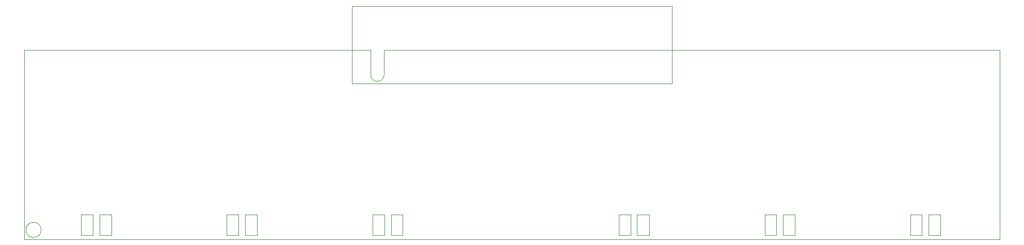
<source format=gbr>
%TF.GenerationSoftware,KiCad,Pcbnew,(7.0.0)*%
%TF.CreationDate,2023-07-13T12:17:45+02:00*%
%TF.ProjectId,RD53B_Quad_6DP_to_ERF8_Data_Adapter,52443533-425f-4517-9561-645f3644505f,V1*%
%TF.SameCoordinates,PX1767f18PY451e560*%
%TF.FileFunction,Other,User*%
%FSLAX46Y46*%
G04 Gerber Fmt 4.6, Leading zero omitted, Abs format (unit mm)*
G04 Created by KiCad (PCBNEW (7.0.0)) date 2023-07-13 12:17:45*
%MOMM*%
%LPD*%
G01*
G04 APERTURE LIST*
%ADD10C,0.050000*%
%TA.AperFunction,Profile*%
%ADD11C,0.010000*%
%TD*%
G04 APERTURE END LIST*
D10*
%TO.C,J7*%
X53748000Y38255000D02*
X106248000Y38255000D01*
X53748000Y25555000D02*
X53748000Y38255000D01*
X106248000Y38255000D02*
X106248000Y25555000D01*
X106248000Y25555000D02*
X53748000Y25555000D01*
%TO.C,C12*%
X150258000Y4035000D02*
X148298000Y4035000D01*
X148298000Y4035000D02*
X148298000Y635000D01*
X150258000Y635000D02*
X150258000Y4035000D01*
X148298000Y635000D02*
X150258000Y635000D01*
%TO.C,R3*%
X62034000Y4015000D02*
X60134000Y4015000D01*
X60134000Y4015000D02*
X60134000Y655000D01*
X62034000Y655000D02*
X62034000Y4015000D01*
X60134000Y655000D02*
X62034000Y655000D01*
%TO.C,R6*%
X147228000Y4015000D02*
X145328000Y4015000D01*
X145328000Y4015000D02*
X145328000Y655000D01*
X147228000Y655000D02*
X147228000Y4015000D01*
X145328000Y655000D02*
X147228000Y655000D01*
%TO.C,R4*%
X99432000Y4015000D02*
X97532000Y4015000D01*
X97532000Y4015000D02*
X97532000Y655000D01*
X99432000Y655000D02*
X99432000Y4015000D01*
X97532000Y655000D02*
X99432000Y655000D01*
%TO.C,REF_Bottom*%
X2737000Y1524000D02*
G75*
G03*
X2737000Y1524000I-1250000J0D01*
G01*
%TO.C,R2*%
X38134000Y4015000D02*
X36234000Y4015000D01*
X36234000Y4015000D02*
X36234000Y655000D01*
X38134000Y655000D02*
X38134000Y4015000D01*
X36234000Y655000D02*
X38134000Y655000D01*
%TO.C,R1*%
X14238000Y4015000D02*
X12338000Y4015000D01*
X12338000Y4015000D02*
X12338000Y655000D01*
X14238000Y655000D02*
X14238000Y4015000D01*
X12338000Y655000D02*
X14238000Y655000D01*
%TO.C,C8*%
X35105000Y4035000D02*
X33145000Y4035000D01*
X33145000Y4035000D02*
X33145000Y635000D01*
X35105000Y635000D02*
X35105000Y4035000D01*
X33145000Y635000D02*
X35105000Y635000D01*
%TO.C,C7*%
X11268000Y4035000D02*
X9308000Y4035000D01*
X9308000Y4035000D02*
X9308000Y635000D01*
X11268000Y635000D02*
X11268000Y4035000D01*
X9308000Y635000D02*
X11268000Y635000D01*
%TO.C,C9*%
X59064000Y4035000D02*
X57104000Y4035000D01*
X57104000Y4035000D02*
X57104000Y635000D01*
X59064000Y635000D02*
X59064000Y4035000D01*
X57104000Y635000D02*
X59064000Y635000D01*
%TO.C,R5*%
X123330000Y4015000D02*
X121430000Y4015000D01*
X121430000Y4015000D02*
X121430000Y655000D01*
X123330000Y655000D02*
X123330000Y4015000D01*
X121430000Y655000D02*
X123330000Y655000D01*
%TO.C,C11*%
X126360000Y4035000D02*
X124400000Y4035000D01*
X124400000Y4035000D02*
X124400000Y635000D01*
X126360000Y635000D02*
X126360000Y4035000D01*
X124400000Y635000D02*
X126360000Y635000D01*
%TO.C,C10*%
X102462000Y4035000D02*
X100502000Y4035000D01*
X100502000Y4035000D02*
X100502000Y635000D01*
X102462000Y635000D02*
X102462000Y4035000D01*
X100502000Y635000D02*
X102462000Y635000D01*
%TD*%
D11*
X-2000Y31005000D02*
X-2000Y5000D01*
X159998000Y31005000D02*
X159998000Y5000D01*
X105998000Y31005000D02*
X159998000Y31005000D01*
X53998000Y31005000D02*
X-2000Y31005000D01*
X-2000Y5000D02*
X159998000Y5000D01*
%TO.C,J7*%
X56778000Y31005000D02*
X53998000Y31005000D01*
X56778000Y27005000D02*
X56778000Y31005000D01*
X58998000Y31005000D02*
X58998000Y27005000D01*
X105998000Y31005000D02*
X58998000Y31005000D01*
X56778000Y27005000D02*
G75*
G03*
X57888000Y25895000I1109998J-2D01*
G01*
X57888000Y25895000D02*
G75*
G03*
X58998000Y27005000I2J1109998D01*
G01*
%TD*%
M02*

</source>
